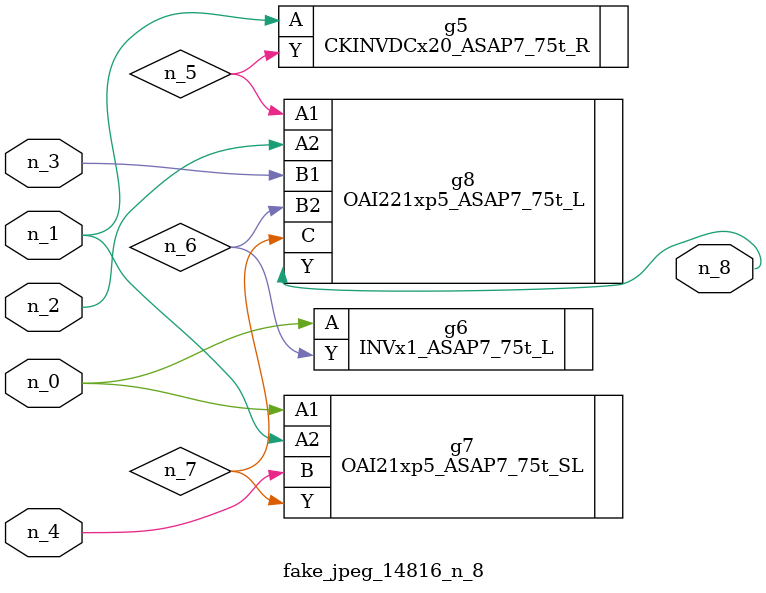
<source format=v>
module fake_jpeg_14816_n_8 (n_3, n_2, n_1, n_0, n_4, n_8);

input n_3;
input n_2;
input n_1;
input n_0;
input n_4;

output n_8;

wire n_6;
wire n_5;
wire n_7;

CKINVDCx20_ASAP7_75t_R g5 ( 
.A(n_1),
.Y(n_5)
);

INVx1_ASAP7_75t_L g6 ( 
.A(n_0),
.Y(n_6)
);

OAI21xp5_ASAP7_75t_SL g7 ( 
.A1(n_0),
.A2(n_1),
.B(n_4),
.Y(n_7)
);

OAI221xp5_ASAP7_75t_L g8 ( 
.A1(n_5),
.A2(n_2),
.B1(n_3),
.B2(n_6),
.C(n_7),
.Y(n_8)
);


endmodule
</source>
